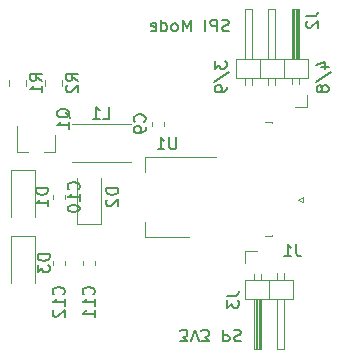
<source format=gbr>
%TF.GenerationSoftware,KiCad,Pcbnew,(5.1.6)-1*%
%TF.CreationDate,2020-05-23T23:32:43+08:00*%
%TF.ProjectId,ePap,65506170-2e6b-4696-9361-645f70636258,rev?*%
%TF.SameCoordinates,Original*%
%TF.FileFunction,Legend,Bot*%
%TF.FilePolarity,Positive*%
%FSLAX46Y46*%
G04 Gerber Fmt 4.6, Leading zero omitted, Abs format (unit mm)*
G04 Created by KiCad (PCBNEW (5.1.6)-1) date 2020-05-23 23:32:43*
%MOMM*%
%LPD*%
G01*
G04 APERTURE LIST*
%ADD10C,0.150000*%
%ADD11C,0.120000*%
G04 APERTURE END LIST*
D10*
X121483761Y-111291619D02*
X122102809Y-111291619D01*
X121769476Y-110910666D01*
X121912333Y-110910666D01*
X122007571Y-110863047D01*
X122055190Y-110815428D01*
X122102809Y-110720190D01*
X122102809Y-110482095D01*
X122055190Y-110386857D01*
X122007571Y-110339238D01*
X121912333Y-110291619D01*
X121626619Y-110291619D01*
X121531380Y-110339238D01*
X121483761Y-110386857D01*
X122388523Y-111291619D02*
X122721857Y-110291619D01*
X123055190Y-111291619D01*
X123293285Y-111291619D02*
X123912333Y-111291619D01*
X123579000Y-110910666D01*
X123721857Y-110910666D01*
X123817095Y-110863047D01*
X123864714Y-110815428D01*
X123912333Y-110720190D01*
X123912333Y-110482095D01*
X123864714Y-110386857D01*
X123817095Y-110339238D01*
X123721857Y-110291619D01*
X123436142Y-110291619D01*
X123340904Y-110339238D01*
X123293285Y-110386857D01*
X125102809Y-110291619D02*
X125102809Y-111291619D01*
X125483761Y-111291619D01*
X125579000Y-111244000D01*
X125626619Y-111196380D01*
X125674238Y-111101142D01*
X125674238Y-110958285D01*
X125626619Y-110863047D01*
X125579000Y-110815428D01*
X125483761Y-110767809D01*
X125102809Y-110767809D01*
X126055190Y-110339238D02*
X126198047Y-110291619D01*
X126436142Y-110291619D01*
X126531380Y-110339238D01*
X126579000Y-110386857D01*
X126626619Y-110482095D01*
X126626619Y-110577333D01*
X126579000Y-110672571D01*
X126531380Y-110720190D01*
X126436142Y-110767809D01*
X126245666Y-110815428D01*
X126150428Y-110863047D01*
X126102809Y-110910666D01*
X126055190Y-111005904D01*
X126055190Y-111101142D01*
X126102809Y-111196380D01*
X126150428Y-111244000D01*
X126245666Y-111291619D01*
X126483761Y-111291619D01*
X126626619Y-111244000D01*
X125610523Y-84986761D02*
X125467666Y-85034380D01*
X125229571Y-85034380D01*
X125134333Y-84986761D01*
X125086714Y-84939142D01*
X125039095Y-84843904D01*
X125039095Y-84748666D01*
X125086714Y-84653428D01*
X125134333Y-84605809D01*
X125229571Y-84558190D01*
X125420047Y-84510571D01*
X125515285Y-84462952D01*
X125562904Y-84415333D01*
X125610523Y-84320095D01*
X125610523Y-84224857D01*
X125562904Y-84129619D01*
X125515285Y-84082000D01*
X125420047Y-84034380D01*
X125181952Y-84034380D01*
X125039095Y-84082000D01*
X124610523Y-85034380D02*
X124610523Y-84034380D01*
X124229571Y-84034380D01*
X124134333Y-84082000D01*
X124086714Y-84129619D01*
X124039095Y-84224857D01*
X124039095Y-84367714D01*
X124086714Y-84462952D01*
X124134333Y-84510571D01*
X124229571Y-84558190D01*
X124610523Y-84558190D01*
X123610523Y-85034380D02*
X123610523Y-84034380D01*
X122372428Y-85034380D02*
X122372428Y-84034380D01*
X122039095Y-84748666D01*
X121705761Y-84034380D01*
X121705761Y-85034380D01*
X121086714Y-85034380D02*
X121181952Y-84986761D01*
X121229571Y-84939142D01*
X121277190Y-84843904D01*
X121277190Y-84558190D01*
X121229571Y-84462952D01*
X121181952Y-84415333D01*
X121086714Y-84367714D01*
X120943857Y-84367714D01*
X120848619Y-84415333D01*
X120801000Y-84462952D01*
X120753380Y-84558190D01*
X120753380Y-84843904D01*
X120801000Y-84939142D01*
X120848619Y-84986761D01*
X120943857Y-85034380D01*
X121086714Y-85034380D01*
X119896238Y-85034380D02*
X119896238Y-84034380D01*
X119896238Y-84986761D02*
X119991476Y-85034380D01*
X120181952Y-85034380D01*
X120277190Y-84986761D01*
X120324809Y-84939142D01*
X120372428Y-84843904D01*
X120372428Y-84558190D01*
X120324809Y-84462952D01*
X120277190Y-84415333D01*
X120181952Y-84367714D01*
X119991476Y-84367714D01*
X119896238Y-84415333D01*
X119039095Y-84986761D02*
X119134333Y-85034380D01*
X119324809Y-85034380D01*
X119420047Y-84986761D01*
X119467666Y-84891523D01*
X119467666Y-84510571D01*
X119420047Y-84415333D01*
X119324809Y-84367714D01*
X119134333Y-84367714D01*
X119039095Y-84415333D01*
X118991476Y-84510571D01*
X118991476Y-84605809D01*
X119467666Y-84701047D01*
X124420380Y-87566666D02*
X124420380Y-88185714D01*
X124801333Y-87852380D01*
X124801333Y-87995238D01*
X124848952Y-88090476D01*
X124896571Y-88138095D01*
X124991809Y-88185714D01*
X125229904Y-88185714D01*
X125325142Y-88138095D01*
X125372761Y-88090476D01*
X125420380Y-87995238D01*
X125420380Y-87709523D01*
X125372761Y-87614285D01*
X125325142Y-87566666D01*
X124372761Y-89328571D02*
X125658476Y-88471428D01*
X125420380Y-89709523D02*
X125420380Y-89900000D01*
X125372761Y-89995238D01*
X125325142Y-90042857D01*
X125182285Y-90138095D01*
X124991809Y-90185714D01*
X124610857Y-90185714D01*
X124515619Y-90138095D01*
X124468000Y-90090476D01*
X124420380Y-89995238D01*
X124420380Y-89804761D01*
X124468000Y-89709523D01*
X124515619Y-89661904D01*
X124610857Y-89614285D01*
X124848952Y-89614285D01*
X124944190Y-89661904D01*
X124991809Y-89709523D01*
X125039428Y-89804761D01*
X125039428Y-89995238D01*
X124991809Y-90090476D01*
X124944190Y-90138095D01*
X124848952Y-90185714D01*
X133389714Y-88090476D02*
X134056380Y-88090476D01*
X133008761Y-87852380D02*
X133723047Y-87614285D01*
X133723047Y-88233333D01*
X133008761Y-89328571D02*
X134294476Y-88471428D01*
X133484952Y-89804761D02*
X133437333Y-89709523D01*
X133389714Y-89661904D01*
X133294476Y-89614285D01*
X133246857Y-89614285D01*
X133151619Y-89661904D01*
X133104000Y-89709523D01*
X133056380Y-89804761D01*
X133056380Y-89995238D01*
X133104000Y-90090476D01*
X133151619Y-90138095D01*
X133246857Y-90185714D01*
X133294476Y-90185714D01*
X133389714Y-90138095D01*
X133437333Y-90090476D01*
X133484952Y-89995238D01*
X133484952Y-89804761D01*
X133532571Y-89709523D01*
X133580190Y-89661904D01*
X133675428Y-89614285D01*
X133865904Y-89614285D01*
X133961142Y-89661904D01*
X134008761Y-89709523D01*
X134056380Y-89804761D01*
X134056380Y-89995238D01*
X134008761Y-90090476D01*
X133961142Y-90138095D01*
X133865904Y-90185714D01*
X133675428Y-90185714D01*
X133580190Y-90138095D01*
X133532571Y-90090476D01*
X133484952Y-89995238D01*
D11*
%TO.C,C9*%
X119124000Y-93022267D02*
X119124000Y-92679733D01*
X120144000Y-93022267D02*
X120144000Y-92679733D01*
%TO.C,C10*%
X111762000Y-98888733D02*
X111762000Y-99231267D01*
X110742000Y-98888733D02*
X110742000Y-99231267D01*
%TO.C,C11*%
X113282000Y-104476733D02*
X113282000Y-104819267D01*
X114302000Y-104476733D02*
X114302000Y-104819267D01*
%TO.C,C12*%
X111762000Y-104476733D02*
X111762000Y-104819267D01*
X110742000Y-104476733D02*
X110742000Y-104819267D01*
%TO.C,D1*%
X107204000Y-96810000D02*
X107204000Y-100710000D01*
X109204000Y-96810000D02*
X109204000Y-100710000D01*
X107204000Y-96810000D02*
X109204000Y-96810000D01*
%TO.C,D2*%
X114792000Y-101310000D02*
X112792000Y-101310000D01*
X112792000Y-101310000D02*
X112792000Y-97410000D01*
X114792000Y-101310000D02*
X114792000Y-97410000D01*
%TO.C,D3*%
X107204000Y-102398000D02*
X109204000Y-102398000D01*
X109204000Y-102398000D02*
X109204000Y-106298000D01*
X107204000Y-102398000D02*
X107204000Y-106298000D01*
%TO.C,J1*%
X129278000Y-102242000D02*
X129278000Y-102352000D01*
X129278000Y-102352000D02*
X128678000Y-102352000D01*
X129278000Y-92812000D02*
X129278000Y-92702000D01*
X129278000Y-92702000D02*
X128678000Y-92702000D01*
X131868000Y-99477000D02*
X131468000Y-99277000D01*
X131468000Y-99277000D02*
X131868000Y-99077000D01*
X131868000Y-99077000D02*
X131868000Y-99477000D01*
%TO.C,J2*%
X132314000Y-88984000D02*
X126194000Y-88984000D01*
X126194000Y-88984000D02*
X126194000Y-87364000D01*
X126194000Y-87364000D02*
X132314000Y-87364000D01*
X132314000Y-87364000D02*
X132314000Y-88984000D01*
X131564000Y-87364000D02*
X131564000Y-83164000D01*
X131564000Y-83164000D02*
X130944000Y-83164000D01*
X130944000Y-83164000D02*
X130944000Y-87364000D01*
X131504000Y-87364000D02*
X131504000Y-83164000D01*
X131384000Y-87364000D02*
X131384000Y-83164000D01*
X131264000Y-87364000D02*
X131264000Y-83164000D01*
X131144000Y-87364000D02*
X131144000Y-83164000D01*
X131024000Y-87364000D02*
X131024000Y-83164000D01*
X131564000Y-89489000D02*
X131564000Y-88984000D01*
X130944000Y-89489000D02*
X130944000Y-88984000D01*
X130254000Y-88984000D02*
X130254000Y-87364000D01*
X129564000Y-87364000D02*
X129564000Y-83164000D01*
X129564000Y-83164000D02*
X128944000Y-83164000D01*
X128944000Y-83164000D02*
X128944000Y-87364000D01*
X129564000Y-89541886D02*
X129564000Y-88984000D01*
X128944000Y-89541886D02*
X128944000Y-88984000D01*
X128254000Y-88984000D02*
X128254000Y-87364000D01*
X127564000Y-87364000D02*
X127564000Y-83164000D01*
X127564000Y-83164000D02*
X126944000Y-83164000D01*
X126944000Y-83164000D02*
X126944000Y-87364000D01*
X127564000Y-89541886D02*
X127564000Y-88984000D01*
X126944000Y-89541886D02*
X126944000Y-88984000D01*
X131254000Y-91424000D02*
X132254000Y-91424000D01*
X132254000Y-91424000D02*
X132254000Y-90424000D01*
%TO.C,J3*%
X126956000Y-106088000D02*
X131076000Y-106088000D01*
X131076000Y-106088000D02*
X131076000Y-107708000D01*
X131076000Y-107708000D02*
X126956000Y-107708000D01*
X126956000Y-107708000D02*
X126956000Y-106088000D01*
X127706000Y-107708000D02*
X127706000Y-111908000D01*
X127706000Y-111908000D02*
X128326000Y-111908000D01*
X128326000Y-111908000D02*
X128326000Y-107708000D01*
X127766000Y-107708000D02*
X127766000Y-111908000D01*
X127886000Y-107708000D02*
X127886000Y-111908000D01*
X128006000Y-107708000D02*
X128006000Y-111908000D01*
X128126000Y-107708000D02*
X128126000Y-111908000D01*
X128246000Y-107708000D02*
X128246000Y-111908000D01*
X127706000Y-105583000D02*
X127706000Y-106088000D01*
X128326000Y-105583000D02*
X128326000Y-106088000D01*
X129016000Y-106088000D02*
X129016000Y-107708000D01*
X129706000Y-107708000D02*
X129706000Y-111908000D01*
X129706000Y-111908000D02*
X130326000Y-111908000D01*
X130326000Y-111908000D02*
X130326000Y-107708000D01*
X129706000Y-105530114D02*
X129706000Y-106088000D01*
X130326000Y-105530114D02*
X130326000Y-106088000D01*
X128016000Y-103648000D02*
X127016000Y-103648000D01*
X127016000Y-103648000D02*
X127016000Y-104648000D01*
%TO.C,L1*%
X117308000Y-92888000D02*
X112308000Y-92888000D01*
X117308000Y-96088000D02*
X112308000Y-96088000D01*
%TO.C,Q1*%
X110866000Y-95232000D02*
X109936000Y-95232000D01*
X107706000Y-95232000D02*
X108636000Y-95232000D01*
X107706000Y-95232000D02*
X107706000Y-93072000D01*
X110866000Y-95232000D02*
X110866000Y-93772000D01*
%TO.C,R1*%
X106986000Y-89669252D02*
X106986000Y-89146748D01*
X108406000Y-89669252D02*
X108406000Y-89146748D01*
%TO.C,R2*%
X111454000Y-89660252D02*
X111454000Y-89137748D01*
X110034000Y-89660252D02*
X110034000Y-89137748D01*
%TO.C,U1*%
X118486000Y-102470000D02*
X118486000Y-101210000D01*
X118486000Y-95650000D02*
X118486000Y-96910000D01*
X122246000Y-102470000D02*
X118486000Y-102470000D01*
X124496000Y-95650000D02*
X118486000Y-95650000D01*
%TO.C,C9*%
D10*
X118467142Y-92684333D02*
X118514761Y-92636714D01*
X118562380Y-92493857D01*
X118562380Y-92398619D01*
X118514761Y-92255761D01*
X118419523Y-92160523D01*
X118324285Y-92112904D01*
X118133809Y-92065285D01*
X117990952Y-92065285D01*
X117800476Y-92112904D01*
X117705238Y-92160523D01*
X117610000Y-92255761D01*
X117562380Y-92398619D01*
X117562380Y-92493857D01*
X117610000Y-92636714D01*
X117657619Y-92684333D01*
X118562380Y-93160523D02*
X118562380Y-93351000D01*
X118514761Y-93446238D01*
X118467142Y-93493857D01*
X118324285Y-93589095D01*
X118133809Y-93636714D01*
X117752857Y-93636714D01*
X117657619Y-93589095D01*
X117610000Y-93541476D01*
X117562380Y-93446238D01*
X117562380Y-93255761D01*
X117610000Y-93160523D01*
X117657619Y-93112904D01*
X117752857Y-93065285D01*
X117990952Y-93065285D01*
X118086190Y-93112904D01*
X118133809Y-93160523D01*
X118181428Y-93255761D01*
X118181428Y-93446238D01*
X118133809Y-93541476D01*
X118086190Y-93589095D01*
X117990952Y-93636714D01*
%TO.C,C10*%
X112879142Y-98417142D02*
X112926761Y-98369523D01*
X112974380Y-98226666D01*
X112974380Y-98131428D01*
X112926761Y-97988571D01*
X112831523Y-97893333D01*
X112736285Y-97845714D01*
X112545809Y-97798095D01*
X112402952Y-97798095D01*
X112212476Y-97845714D01*
X112117238Y-97893333D01*
X112022000Y-97988571D01*
X111974380Y-98131428D01*
X111974380Y-98226666D01*
X112022000Y-98369523D01*
X112069619Y-98417142D01*
X112974380Y-99369523D02*
X112974380Y-98798095D01*
X112974380Y-99083809D02*
X111974380Y-99083809D01*
X112117238Y-98988571D01*
X112212476Y-98893333D01*
X112260095Y-98798095D01*
X111974380Y-99988571D02*
X111974380Y-100083809D01*
X112022000Y-100179047D01*
X112069619Y-100226666D01*
X112164857Y-100274285D01*
X112355333Y-100321904D01*
X112593428Y-100321904D01*
X112783904Y-100274285D01*
X112879142Y-100226666D01*
X112926761Y-100179047D01*
X112974380Y-100083809D01*
X112974380Y-99988571D01*
X112926761Y-99893333D01*
X112879142Y-99845714D01*
X112783904Y-99798095D01*
X112593428Y-99750476D01*
X112355333Y-99750476D01*
X112164857Y-99798095D01*
X112069619Y-99845714D01*
X112022000Y-99893333D01*
X111974380Y-99988571D01*
%TO.C,C11*%
X114149142Y-107307142D02*
X114196761Y-107259523D01*
X114244380Y-107116666D01*
X114244380Y-107021428D01*
X114196761Y-106878571D01*
X114101523Y-106783333D01*
X114006285Y-106735714D01*
X113815809Y-106688095D01*
X113672952Y-106688095D01*
X113482476Y-106735714D01*
X113387238Y-106783333D01*
X113292000Y-106878571D01*
X113244380Y-107021428D01*
X113244380Y-107116666D01*
X113292000Y-107259523D01*
X113339619Y-107307142D01*
X114244380Y-108259523D02*
X114244380Y-107688095D01*
X114244380Y-107973809D02*
X113244380Y-107973809D01*
X113387238Y-107878571D01*
X113482476Y-107783333D01*
X113530095Y-107688095D01*
X114244380Y-109211904D02*
X114244380Y-108640476D01*
X114244380Y-108926190D02*
X113244380Y-108926190D01*
X113387238Y-108830952D01*
X113482476Y-108735714D01*
X113530095Y-108640476D01*
%TO.C,C12*%
X111609142Y-107307142D02*
X111656761Y-107259523D01*
X111704380Y-107116666D01*
X111704380Y-107021428D01*
X111656761Y-106878571D01*
X111561523Y-106783333D01*
X111466285Y-106735714D01*
X111275809Y-106688095D01*
X111132952Y-106688095D01*
X110942476Y-106735714D01*
X110847238Y-106783333D01*
X110752000Y-106878571D01*
X110704380Y-107021428D01*
X110704380Y-107116666D01*
X110752000Y-107259523D01*
X110799619Y-107307142D01*
X111704380Y-108259523D02*
X111704380Y-107688095D01*
X111704380Y-107973809D02*
X110704380Y-107973809D01*
X110847238Y-107878571D01*
X110942476Y-107783333D01*
X110990095Y-107688095D01*
X110799619Y-108640476D02*
X110752000Y-108688095D01*
X110704380Y-108783333D01*
X110704380Y-109021428D01*
X110752000Y-109116666D01*
X110799619Y-109164285D01*
X110894857Y-109211904D01*
X110990095Y-109211904D01*
X111132952Y-109164285D01*
X111704380Y-108592857D01*
X111704380Y-109211904D01*
%TO.C,D1*%
X110307380Y-98321904D02*
X109307380Y-98321904D01*
X109307380Y-98560000D01*
X109355000Y-98702857D01*
X109450238Y-98798095D01*
X109545476Y-98845714D01*
X109735952Y-98893333D01*
X109878809Y-98893333D01*
X110069285Y-98845714D01*
X110164523Y-98798095D01*
X110259761Y-98702857D01*
X110307380Y-98560000D01*
X110307380Y-98321904D01*
X110307380Y-99845714D02*
X110307380Y-99274285D01*
X110307380Y-99560000D02*
X109307380Y-99560000D01*
X109450238Y-99464761D01*
X109545476Y-99369523D01*
X109593095Y-99274285D01*
%TO.C,D2*%
X116244380Y-98321904D02*
X115244380Y-98321904D01*
X115244380Y-98560000D01*
X115292000Y-98702857D01*
X115387238Y-98798095D01*
X115482476Y-98845714D01*
X115672952Y-98893333D01*
X115815809Y-98893333D01*
X116006285Y-98845714D01*
X116101523Y-98798095D01*
X116196761Y-98702857D01*
X116244380Y-98560000D01*
X116244380Y-98321904D01*
X115339619Y-99274285D02*
X115292000Y-99321904D01*
X115244380Y-99417142D01*
X115244380Y-99655238D01*
X115292000Y-99750476D01*
X115339619Y-99798095D01*
X115434857Y-99845714D01*
X115530095Y-99845714D01*
X115672952Y-99798095D01*
X116244380Y-99226666D01*
X116244380Y-99845714D01*
%TO.C,D3*%
X110434380Y-103909904D02*
X109434380Y-103909904D01*
X109434380Y-104148000D01*
X109482000Y-104290857D01*
X109577238Y-104386095D01*
X109672476Y-104433714D01*
X109862952Y-104481333D01*
X110005809Y-104481333D01*
X110196285Y-104433714D01*
X110291523Y-104386095D01*
X110386761Y-104290857D01*
X110434380Y-104148000D01*
X110434380Y-103909904D01*
X109434380Y-104814666D02*
X109434380Y-105433714D01*
X109815333Y-105100380D01*
X109815333Y-105243238D01*
X109862952Y-105338476D01*
X109910571Y-105386095D01*
X110005809Y-105433714D01*
X110243904Y-105433714D01*
X110339142Y-105386095D01*
X110386761Y-105338476D01*
X110434380Y-105243238D01*
X110434380Y-104957523D01*
X110386761Y-104862285D01*
X110339142Y-104814666D01*
%TO.C,J1*%
X131301333Y-103075380D02*
X131301333Y-103789666D01*
X131348952Y-103932523D01*
X131444190Y-104027761D01*
X131587047Y-104075380D01*
X131682285Y-104075380D01*
X130301333Y-104075380D02*
X130872761Y-104075380D01*
X130587047Y-104075380D02*
X130587047Y-103075380D01*
X130682285Y-103218238D01*
X130777523Y-103313476D01*
X130872761Y-103361095D01*
%TO.C,J2*%
X132167380Y-83740666D02*
X132881666Y-83740666D01*
X133024523Y-83693047D01*
X133119761Y-83597809D01*
X133167380Y-83454952D01*
X133167380Y-83359714D01*
X132262619Y-84169238D02*
X132215000Y-84216857D01*
X132167380Y-84312095D01*
X132167380Y-84550190D01*
X132215000Y-84645428D01*
X132262619Y-84693047D01*
X132357857Y-84740666D01*
X132453095Y-84740666D01*
X132595952Y-84693047D01*
X133167380Y-84121619D01*
X133167380Y-84740666D01*
%TO.C,J3*%
X125468380Y-107414666D02*
X126182666Y-107414666D01*
X126325523Y-107367047D01*
X126420761Y-107271809D01*
X126468380Y-107128952D01*
X126468380Y-107033714D01*
X125468380Y-107795619D02*
X125468380Y-108414666D01*
X125849333Y-108081333D01*
X125849333Y-108224190D01*
X125896952Y-108319428D01*
X125944571Y-108367047D01*
X126039809Y-108414666D01*
X126277904Y-108414666D01*
X126373142Y-108367047D01*
X126420761Y-108319428D01*
X126468380Y-108224190D01*
X126468380Y-107938476D01*
X126420761Y-107843238D01*
X126373142Y-107795619D01*
%TO.C,L1*%
X114974666Y-92440380D02*
X115450857Y-92440380D01*
X115450857Y-91440380D01*
X114117523Y-92440380D02*
X114688952Y-92440380D01*
X114403238Y-92440380D02*
X114403238Y-91440380D01*
X114498476Y-91583238D01*
X114593714Y-91678476D01*
X114688952Y-91726095D01*
%TO.C,Q1*%
X112180619Y-92360761D02*
X112133000Y-92265523D01*
X112037761Y-92170285D01*
X111894904Y-92027428D01*
X111847285Y-91932190D01*
X111847285Y-91836952D01*
X112085380Y-91884571D02*
X112037761Y-91789333D01*
X111942523Y-91694095D01*
X111752047Y-91646476D01*
X111418714Y-91646476D01*
X111228238Y-91694095D01*
X111133000Y-91789333D01*
X111085380Y-91884571D01*
X111085380Y-92075047D01*
X111133000Y-92170285D01*
X111228238Y-92265523D01*
X111418714Y-92313142D01*
X111752047Y-92313142D01*
X111942523Y-92265523D01*
X112037761Y-92170285D01*
X112085380Y-92075047D01*
X112085380Y-91884571D01*
X112085380Y-93265523D02*
X112085380Y-92694095D01*
X112085380Y-92979809D02*
X111085380Y-92979809D01*
X111228238Y-92884571D01*
X111323476Y-92789333D01*
X111371095Y-92694095D01*
%TO.C,R1*%
X109798380Y-89241333D02*
X109322190Y-88908000D01*
X109798380Y-88669904D02*
X108798380Y-88669904D01*
X108798380Y-89050857D01*
X108846000Y-89146095D01*
X108893619Y-89193714D01*
X108988857Y-89241333D01*
X109131714Y-89241333D01*
X109226952Y-89193714D01*
X109274571Y-89146095D01*
X109322190Y-89050857D01*
X109322190Y-88669904D01*
X109798380Y-90193714D02*
X109798380Y-89622285D01*
X109798380Y-89908000D02*
X108798380Y-89908000D01*
X108941238Y-89812761D01*
X109036476Y-89717523D01*
X109084095Y-89622285D01*
%TO.C,R2*%
X112846380Y-89232333D02*
X112370190Y-88899000D01*
X112846380Y-88660904D02*
X111846380Y-88660904D01*
X111846380Y-89041857D01*
X111894000Y-89137095D01*
X111941619Y-89184714D01*
X112036857Y-89232333D01*
X112179714Y-89232333D01*
X112274952Y-89184714D01*
X112322571Y-89137095D01*
X112370190Y-89041857D01*
X112370190Y-88660904D01*
X111941619Y-89613285D02*
X111894000Y-89660904D01*
X111846380Y-89756142D01*
X111846380Y-89994238D01*
X111894000Y-90089476D01*
X111941619Y-90137095D01*
X112036857Y-90184714D01*
X112132095Y-90184714D01*
X112274952Y-90137095D01*
X112846380Y-89565666D01*
X112846380Y-90184714D01*
%TO.C,U1*%
X121157904Y-94012380D02*
X121157904Y-94821904D01*
X121110285Y-94917142D01*
X121062666Y-94964761D01*
X120967428Y-95012380D01*
X120776952Y-95012380D01*
X120681714Y-94964761D01*
X120634095Y-94917142D01*
X120586476Y-94821904D01*
X120586476Y-94012380D01*
X119586476Y-95012380D02*
X120157904Y-95012380D01*
X119872190Y-95012380D02*
X119872190Y-94012380D01*
X119967428Y-94155238D01*
X120062666Y-94250476D01*
X120157904Y-94298095D01*
%TD*%
M02*

</source>
